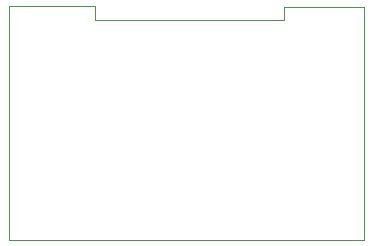
<source format=gm1>
G04*
G04 #@! TF.GenerationSoftware,Altium Limited,Altium Designer,18.0.8 (490)*
G04*
G04 Layer_Color=16711935*
%FSLAX44Y44*%
%MOMM*%
G71*
G01*
G75*
%ADD11C,0.1000*%
D11*
X1049250Y1635750D02*
Y1646250D01*
X889000Y1635750D02*
Y1647063D01*
X1049250Y1646250D02*
X1116500D01*
X816500Y1647063D02*
X889000D01*
Y1635750D02*
X1049250D01*
X1116500Y1449750D02*
Y1646250D01*
X816500Y1449750D02*
X1116500D01*
X816500D02*
Y1647063D01*
M02*

</source>
